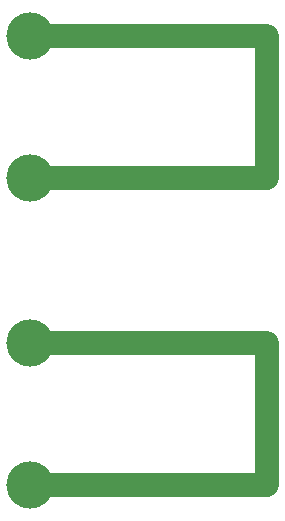
<source format=gtl>
%FSTAX24Y24*%
%MOMM*%
%ADD10C,2*%
%ADD11C,4*%
%LPD*%
D10*
X06Y06D02*
G01*
X26D01*
Y18D01*
X06D01*
D11*
Y06D03*
Y18D03*
D10*
Y32D02*
X26D01*
Y44D01*
X06D01*
D11*
Y32D03*
Y44D03*
M02*

</source>
